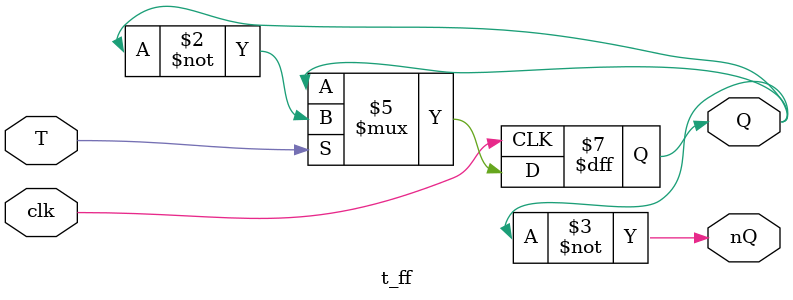
<source format=v>
module t_ff (
    input T,
    input clk,
    output reg Q,
    output wire nQ
);

    // Set initial state to 0
    initial begin
        Q <= 1'b0;
    end

    // Edge-sensitive logic
    always @(posedge clk) begin
        if (T)
            Q <= ~Q;
    end

    // Output for the inverted state (~Q)
    assign nQ = ~Q;

endmodule
</source>
